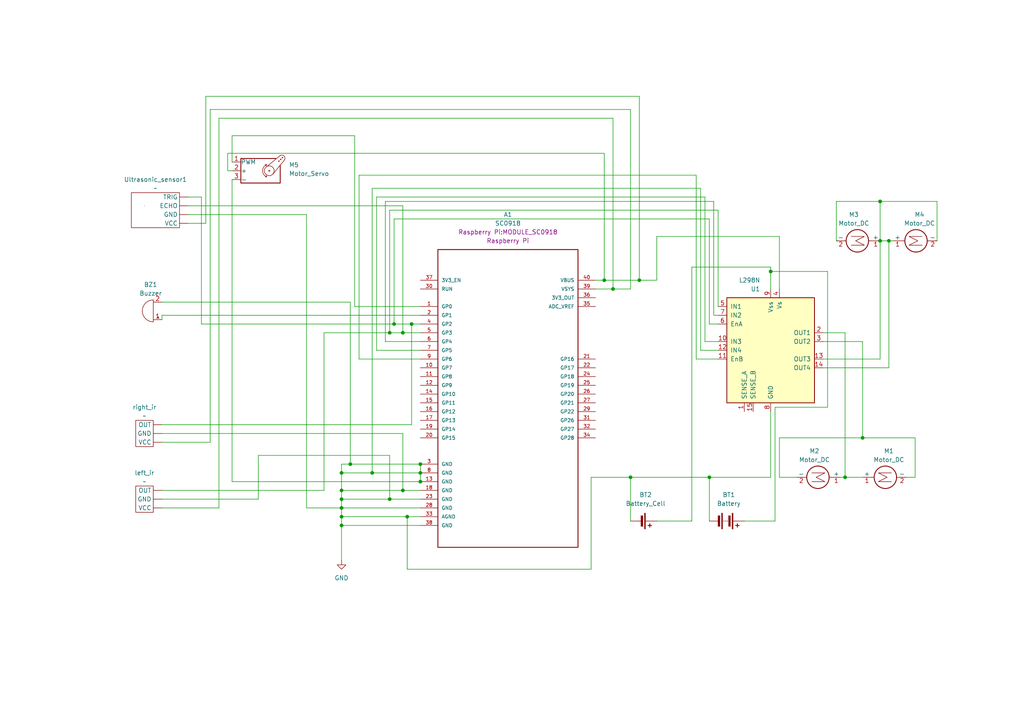
<source format=kicad_sch>
(kicad_sch (version 20231120) (generator "eeschema") (generator_version "8.0")
  (paper "A4")
  (lib_symbols
    (symbol "Device:Battery" (pin_numbers hide) (pin_names (offset 0) hide)
      (property "Reference" "BT" (at 2.54 2.54 0))
      (property "Value" "Battery" (at 2.54 0 0))
      (symbol "Battery_0_1"
        (rectangle (start -2.286 -1.27) (end 2.286 -1.524) (fill (type outline)))
        (rectangle (start -2.286 1.778) (end 2.286 1.524) (fill (type outline)))
        (rectangle (start -1.524 -2.032) (end 1.524 -2.54) (fill (type outline)))
        (rectangle (start -1.524 1.016) (end 1.524 0.508) (fill (type outline)))
        (polyline (pts (xy 0 -1.016) (xy 0 -0.762)))
        (polyline (pts (xy 0 -0.508) (xy 0 -0.254)))
        (polyline (pts (xy 0 0) (xy 0 0.254)))
        (polyline (pts (xy 0 1.778) (xy 0 2.54)))
        (polyline (pts (xy 0.762 3.048) (xy 1.778 3.048)) (stroke (width 0.254)))
        (polyline (pts (xy 1.27 3.556) (xy 1.27 2.54)) (stroke (width 0.254)))
      )
      (symbol "Battery_1_1"
        (pin passive line (at 0 5.08 270) (length 2.54) (name "+") (number "1"))
        (pin passive line (at 0 -5.08 90) (length 2.54) (name "-") (number "2"))
      )
    )
    (symbol "Device:Battery_Cell" (pin_numbers hide) (pin_names (offset 0) hide)
      (property "Reference" "BT" (at 2.54 2.54 0))
      (property "Value" "Battery_Cell" (at 2.54 0 0))
      (symbol "Battery_Cell_0_1"
        (rectangle (start -2.286 1.778) (end 2.286 1.524) (fill (type outline)))
        (rectangle (start -1.524 1.016) (end 1.524 0.508) (fill (type outline)))
        (polyline (pts (xy 0 0.762) (xy 0 0)))
        (polyline (pts (xy 0 1.778) (xy 0 2.54)))
        (polyline (pts (xy 0.762 3.048) (xy 1.778 3.048)) (stroke (width 0.254)))
        (polyline (pts (xy 1.27 3.556) (xy 1.27 2.54)) (stroke (width 0.254)))
      )
      (symbol "Battery_Cell_1_1"
        (pin passive line (at 0 5.08 270) (length 2.54) (name "+") (number "1"))
        (pin passive line (at 0 -2.54 90) (length 2.54) (name "-") (number "2"))
      )
    )
    (symbol "Device:Buzzer" (pin_names (offset 0.0254) hide)
      (property "Reference" "BZ" (at 3.81 1.27 0))
      (property "Value" "Buzzer" (at 3.81 -1.27 0))
      (symbol "Buzzer_0_1"
        (arc (start 0 -3.175) (mid 3.1612 0) (end 0 3.175))
        (polyline (pts (xy -1.651 1.905) (xy -1.143 1.905)))
        (polyline (pts (xy -1.397 2.159) (xy -1.397 1.651)))
        (polyline (pts (xy 0 3.175) (xy 0 -3.175)))
      )
      (symbol "Buzzer_1_1"
        (pin passive line (at -2.54 2.54 0) (length 2.54) (name "+") (number "1"))
        (pin passive line (at -2.54 -2.54 0) (length 2.54) (name "-") (number "2"))
      )
    )
    (symbol "Driver_Motor:L298N" (pin_names (offset 1.016))
      (property "Reference" "U" (at -10.16 16.51 0))
      (property "Value" "L298N" (at 12.7 16.51 0))
      (symbol "L298N_0_1"
        (rectangle (start -12.7 15.24) (end 12.7 -15.24) (stroke (width 0.254)) (fill (type background)))
      )
      (symbol "L298N_1_1"
        (pin power_in line (at -7.62 -17.78 90) (length 2.54) (name "SENSE_A") (number "1"))
        (pin input line (at -15.24 2.54 0) (length 2.54) (name "IN3") (number "10"))
        (pin input line (at -15.24 -2.54 0) (length 2.54) (name "EnB") (number "11"))
        (pin input line (at -15.24 0 0) (length 2.54) (name "IN4") (number "12"))
        (pin output line (at 15.24 -2.54 180) (length 2.54) (name "OUT3") (number "13"))
        (pin output line (at 15.24 -5.08 180) (length 2.54) (name "OUT4") (number "14"))
        (pin power_in line (at -5.08 -17.78 90) (length 2.54) (name "SENSE_B") (number "15"))
        (pin output line (at 15.24 5.08 180) (length 2.54) (name "OUT1") (number "2"))
        (pin output line (at 15.24 2.54 180) (length 2.54) (name "OUT2") (number "3"))
        (pin power_in line (at 2.54 17.78 270) (length 2.54) (name "Vs") (number "4"))
        (pin input line (at -15.24 12.7 0) (length 2.54) (name "IN1") (number "5"))
        (pin input line (at -15.24 7.62 0) (length 2.54) (name "EnA") (number "6"))
        (pin input line (at -15.24 10.16 0) (length 2.54) (name "IN2") (number "7"))
        (pin power_in line (at 0 -17.78 90) (length 2.54) (name "GND") (number "8"))
        (pin power_in line (at 0 17.78 270) (length 2.54) (name "Vss") (number "9"))
      )
    )
    (symbol "Motor:Motor_DC" (pin_names (offset 0))
      (property "Reference" "M" (at 2.54 2.54 0))
      (property "Value" "Motor_DC" (at 2.54 -5.08 0))
      (symbol "Motor_DC_0_0"
        (polyline (pts (xy -1.27 -3.302) (xy -1.27 0.508) (xy 0 -2.032) (xy 1.27 0.508) (xy 1.27 -3.302)))
      )
      (symbol "Motor_DC_0_1"
        (circle (center 0 -1.524) (radius 3.2512) (stroke (width 0.254)))
        (polyline (pts (xy 0 -7.62) (xy 0 -7.112)))
        (polyline (pts (xy 0 -4.7752) (xy 0 -5.1816)))
        (polyline (pts (xy 0 1.7272) (xy 0 2.0828)))
        (polyline (pts (xy 0 2.032) (xy 0 2.54)))
      )
      (symbol "Motor_DC_1_1"
        (pin passive line (at 0 5.08 270) (length 2.54) (name "+") (number "1"))
        (pin passive line (at 0 -7.62 90) (length 2.54) (name "-") (number "2"))
      )
    )
    (symbol "Motor:Motor_Servo" (pin_names (offset 0.0254))
      (property "Reference" "M" (at -5.08 4.445 0))
      (property "Value" "Motor_Servo" (at -5.08 -4.064 0))
      (symbol "Motor_Servo_0_1"
        (polyline (pts (xy 2.413 -1.778) (xy 2.032 -1.778)))
        (polyline (pts (xy 2.413 -1.778) (xy 2.286 -1.397)))
        (polyline (pts (xy 2.413 1.778) (xy 1.905 1.778)))
        (polyline (pts (xy 2.413 1.778) (xy 2.286 1.397)))
        (polyline (pts (xy 6.35 4.445) (xy 2.54 1.27)))
        (polyline (pts (xy 7.62 3.175) (xy 4.191 -1.016)))
        (polyline (pts (xy 5.08 3.556) (xy -5.08 3.556) (xy -5.08 -3.556) (xy 6.35 -3.556) (xy 6.35 1.524)) (stroke (width 0.254)))
        (arc (start 2.413 1.778) (mid 1.2406 0) (end 2.413 -1.778))
        (circle (center 3.175 0) (radius 0.1778))
        (circle (center 3.175 0) (radius 1.4224))
        (circle (center 5.969 2.794) (radius 0.127))
        (circle (center 6.477 3.302) (radius 0.127))
        (circle (center 6.985 3.81) (radius 0.127))
        (arc (start 7.62 3.175) (mid 7.4485 4.2735) (end 6.35 4.445))
      )
      (symbol "Motor_Servo_1_1"
        (pin passive line (at -7.62 2.54 0) (length 2.54) (name "PWM") (number "1"))
        (pin passive line (at -7.62 0 0) (length 2.54) (name "+") (number "2"))
        (pin passive line (at -7.62 -2.54 0) (length 2.54) (name "-") (number "3"))
      )
    )
    (symbol "Pico_W:SC0918" (pin_names (offset 1.016))
      (property "Reference" "A1" (at 0 58.42 0))
      (property "Value" "SC0918" (at 0 55.88 0))
      (property "Footprint" "Raspberry Pi:MODULE_SC0918" (at -12.7 -46.99 0))
      (property "manufacturer" "Raspberry Pi" (at 0 53.34 0))
      (symbol "SC0918_0_0"
        (rectangle (start -20.32 -43.18) (end 20.32 43.18) (stroke (width 0.254)))
        (pin bidirectional line (at -25.4 26.67 0) (length 5.08) (name "GP0") (number "1"))
        (pin bidirectional line (at -25.4 8.89 0) (length 5.08) (name "GP7") (number "10"))
        (pin bidirectional line (at -25.4 6.35 0) (length 5.08) (name "GP8") (number "11"))
        (pin bidirectional line (at -25.4 3.81 0) (length 5.08) (name "GP9") (number "12"))
        (pin power_in line (at -25.4 -24.13 0) (length 5.08) (name "GND") (number "13"))
        (pin bidirectional line (at -25.4 1.27 0) (length 5.08) (name "GP10") (number "14"))
        (pin bidirectional line (at -25.4 -1.27 0) (length 5.08) (name "GP11") (number "15"))
        (pin bidirectional line (at -25.4 -3.81 0) (length 5.08) (name "GP12") (number "16"))
        (pin bidirectional line (at -25.4 -6.35 0) (length 5.08) (name "GP13") (number "17"))
        (pin power_in line (at -25.4 -26.67 0) (length 5.08) (name "GND") (number "18"))
        (pin bidirectional line (at -25.4 -8.89 0) (length 5.08) (name "GP14") (number "19"))
        (pin bidirectional line (at -25.4 24.13 0) (length 5.08) (name "GP1") (number "2"))
        (pin bidirectional line (at -25.4 -11.43 0) (length 5.08) (name "GP15") (number "20"))
        (pin bidirectional line (at 25.4 11.43 180) (length 5.08) (name "GP16") (number "21"))
        (pin bidirectional line (at 25.4 8.89 180) (length 5.08) (name "GP17") (number "22"))
        (pin power_in line (at -25.4 -29.21 0) (length 5.08) (name "GND") (number "23"))
        (pin bidirectional line (at 25.4 6.35 180) (length 5.08) (name "GP18") (number "24"))
        (pin bidirectional line (at 25.4 3.81 180) (length 5.08) (name "GP19") (number "25"))
        (pin bidirectional line (at 25.4 1.27 180) (length 5.08) (name "GP20") (number "26"))
        (pin bidirectional line (at 25.4 -1.27 180) (length 5.08) (name "GP21") (number "27"))
        (pin power_in line (at -25.4 -31.75 0) (length 5.08) (name "GND") (number "28"))
        (pin bidirectional line (at 25.4 -3.81 180) (length 5.08) (name "GP22") (number "29"))
        (pin power_in line (at -25.4 -19.05 0) (length 5.08) (name "GND") (number "3"))
        (pin input line (at -25.4 31.75 0) (length 5.08) (name "RUN") (number "30"))
        (pin bidirectional line (at 25.4 -6.35 180) (length 5.08) (name "GP26") (number "31"))
        (pin bidirectional line (at 25.4 -8.89 180) (length 5.08) (name "GP27") (number "32"))
        (pin power_in line (at -25.4 -34.29 0) (length 5.08) (name "AGND") (number "33"))
        (pin bidirectional line (at 25.4 -11.43 180) (length 5.08) (name "GP28") (number "34"))
        (pin power_in line (at 25.4 26.67 180) (length 5.08) (name "ADC_VREF") (number "35"))
        (pin power_in line (at 25.4 29.21 180) (length 5.08) (name "3V3_OUT") (number "36"))
        (pin input line (at -25.4 34.29 0) (length 5.08) (name "3V3_EN") (number "37"))
        (pin power_in line (at -25.4 -36.83 0) (length 5.08) (name "GND") (number "38"))
        (pin free line (at 25.4 31.75 180) (length 5.08) (name "VSYS") (number "39"))
        (pin bidirectional line (at -25.4 21.59 0) (length 5.08) (name "GP2") (number "4"))
        (pin free line (at 25.4 34.29 180) (length 5.08) (name "VBUS") (number "40"))
        (pin bidirectional line (at -25.4 19.05 0) (length 5.08) (name "GP3") (number "5"))
        (pin bidirectional line (at -25.4 16.51 0) (length 5.08) (name "GP4") (number "6"))
        (pin bidirectional line (at -25.4 13.97 0) (length 5.08) (name "GP5") (number "7"))
        (pin power_in line (at -25.4 -21.59 0) (length 5.08) (name "GND") (number "8"))
        (pin bidirectional line (at -25.4 11.43 0) (length 5.08) (name "GP6") (number "9"))
      )
    )
    (symbol "Sensor:IR"
      (property "Reference" "IR" (at 0 0 0))
      (symbol "IR_0_1"
        (rectangle (start -1.27 -1.27) (end 3.81 -8.89))
      )
      (symbol "IR_1_1"
        (pin input line (at -3.81 -5.08 0) (length 2.54) (name "GND") (number ""))
        (pin input line (at -3.81 -7.62 0) (length 2.54) (name "OUT") (number ""))
        (pin input line (at -3.81 -2.54 0) (length 2.54) (name "VCC") (number ""))
      )
    )
    (symbol "Sensor:Ultrasonic_sensor"
      (property "Reference" "Ultrasonic_sensor" (at 0 0 0))
      (symbol "Ultrasonic_sensor_0_1"
        (rectangle (start -3.81 -1.27) (end 10.16 -11.43))
        (rectangle (start 6.35 -7.62) (end 6.35 -7.62))
      )
      (symbol "Ultrasonic_sensor_1_1"
        (pin input line (at -6.35 -7.62 0) (length 2.54) (name "ECHO") (number ""))
        (pin input line (at -6.35 -5.08 0) (length 2.54) (name "GND") (number ""))
        (pin input line (at -6.35 -10.16 0) (length 2.54) (name "TRIG") (number ""))
        (pin input line (at -6.35 -2.54 0) (length 2.54) (name "VCC") (number ""))
      )
    )
    (symbol "power:GND" (power) (pin_numbers hide) (pin_names (offset 0) hide)
      (property "Value" "GND" (at 0 -3.81 0))
      (symbol "GND_0_1"
        (polyline (pts (xy 0 0) (xy 0 -1.27) (xy 1.27 -1.27) (xy 0 -2.54) (xy -1.27 -1.27) (xy 0 -1.27)))
      )
      (symbol "GND_1_1"
        (pin power_in line (at 0 0 270) (length 0) (name "~") (number "1"))
      )
    )
  )
  (junction (at 121.92 139.7))
  (junction (at 257.81 69.85))
  (junction (at 99.06 147.32))
  (junction (at 113.03 144.78))
  (junction (at 116.84 142.24))
  (junction (at 119.38 93.98))
  (junction (at 223.52 78.74))
  (junction (at 114.3 93.98))
  (junction (at 121.92 134.62))
  (junction (at 250.19 127))
  (junction (at 185.42 81.28))
  (junction (at 182.88 138.43))
  (junction (at 175.26 81.28))
  (junction (at 205.74 138.43))
  (junction (at 99.06 144.78))
  (junction (at 99.06 152.4))
  (junction (at 245.11 138.43))
  (junction (at 118.11 149.86))
  (junction (at 177.8 83.82))
  (junction (at 101.6 134.62))
  (junction (at 113.03 96.52))
  (junction (at 99.06 137.16))
  (junction (at 107.95 137.16))
  (junction (at 116.84 96.52))
  (junction (at 99.06 149.86))
  (junction (at 99.06 142.24))
  (junction (at 121.92 137.16))
  (junction (at 255.27 58.42))
  (junction (at 255.27 69.85))
  (wire (pts (xy 74.93 144.78) (xy 74.93 132.08)))
  (wire (pts (xy 99.06 152.4) (xy 121.92 152.4)))
  (wire (pts (xy 119.38 93.98) (xy 121.92 93.98)))
  (wire (pts (xy 245.11 96.52) (xy 238.76 96.52)))
  (wire (pts (xy 175.26 44.45) (xy 175.26 81.28)))
  (wire (pts (xy 171.45 138.43) (xy 171.45 165.1)))
  (wire (pts (xy 67.31 139.7) (xy 121.92 139.7)))
  (wire (pts (xy 200.66 77.47) (xy 223.52 77.47)))
  (wire (pts (xy 182.88 138.43) (xy 171.45 138.43)))
  (wire (pts (xy 111.76 99.06) (xy 121.92 99.06)))
  (wire (pts (xy 208.28 88.9) (xy 208.28 60.96)))
  (wire (pts (xy 200.66 151.13) (xy 200.66 77.47)))
  (wire (pts (xy 250.19 127) (xy 265.43 127)))
  (wire (pts (xy 240.03 118.11) (xy 240.03 78.74)))
  (wire (pts (xy 257.81 106.68) (xy 238.76 106.68)))
  (wire (pts (xy 231.14 138.43) (xy 226.06 138.43)))
  (wire (pts (xy 46.99 142.24) (xy 93.98 142.24)))
  (wire (pts (xy 257.81 69.85) (xy 259.08 69.85)))
  (wire (pts (xy 116.84 142.24) (xy 121.92 142.24)))
  (wire (pts (xy 226.06 138.43) (xy 226.06 127)))
  (wire (pts (xy 99.06 147.32) (xy 121.92 147.32)))
  (wire (pts (xy 74.93 132.08) (xy 113.03 132.08)))
  (wire (pts (xy 190.5 68.58) (xy 190.5 81.28)))
  (wire (pts (xy 205.74 63.5) (xy 114.3 63.5)))
  (wire (pts (xy 205.74 93.98) (xy 205.74 63.5)))
  (wire (pts (xy 208.28 104.14) (xy 201.93 104.14)))
  (wire (pts (xy 207.01 91.44) (xy 207.01 58.42)))
  (wire (pts (xy 104.14 50.8) (xy 104.14 104.14)))
  (wire (pts (xy 255.27 58.42) (xy 255.27 69.85)))
  (wire (pts (xy 121.92 91.44) (xy 46.99 91.44)))
  (wire (pts (xy 58.42 57.15) (xy 58.42 93.98)))
  (wire (pts (xy 67.31 52.07) (xy 67.31 139.7)))
  (wire (pts (xy 208.28 101.6) (xy 203.2 101.6)))
  (wire (pts (xy 46.99 87.63) (xy 101.6 87.63)))
  (wire (pts (xy 265.43 138.43) (xy 262.89 138.43)))
  (wire (pts (xy 88.9 147.32) (xy 99.06 147.32)))
  (wire (pts (xy 54.61 59.69) (xy 116.84 59.69)))
  (wire (pts (xy 111.76 58.42) (xy 111.76 99.06)))
  (wire (pts (xy 63.5 34.29) (xy 177.8 34.29)))
  (wire (pts (xy 245.11 138.43) (xy 245.11 96.52)))
  (wire (pts (xy 177.8 34.29) (xy 177.8 83.82)))
  (wire (pts (xy 250.19 127) (xy 250.19 99.06)))
  (wire (pts (xy 226.06 68.58) (xy 190.5 68.58)))
  (wire (pts (xy 255.27 69.85) (xy 255.27 104.14)))
  (wire (pts (xy 208.28 93.98) (xy 205.74 93.98)))
  (wire (pts (xy 182.88 138.43) (xy 182.88 151.13)))
  (wire (pts (xy 205.74 138.43) (xy 205.74 151.13)))
  (wire (pts (xy 104.14 104.14) (xy 121.92 104.14)))
  (wire (pts (xy 107.95 54.61) (xy 107.95 137.16)))
  (wire (pts (xy 242.57 58.42) (xy 255.27 58.42)))
  (wire (pts (xy 107.95 137.16) (xy 121.92 137.16)))
  (wire (pts (xy 66.04 44.45) (xy 175.26 44.45)))
  (wire (pts (xy 109.22 101.6) (xy 121.92 101.6)))
  (wire (pts (xy 207.01 58.42) (xy 111.76 58.42)))
  (wire (pts (xy 88.9 62.23) (xy 88.9 147.32)))
  (wire (pts (xy 116.84 125.73) (xy 116.84 142.24)))
  (wire (pts (xy 99.06 149.86) (xy 99.06 152.4)))
  (wire (pts (xy 99.06 147.32) (xy 99.06 149.86)))
  (wire (pts (xy 116.84 96.52) (xy 121.92 96.52)))
  (wire (pts (xy 224.79 151.13) (xy 224.79 118.11)))
  (wire (pts (xy 250.19 99.06) (xy 238.76 99.06)))
  (wire (pts (xy 182.88 31.75) (xy 182.88 83.82)))
  (wire (pts (xy 121.92 134.62) (xy 101.6 134.62)))
  (wire (pts (xy 113.03 96.52) (xy 116.84 96.52)))
  (wire (pts (xy 182.88 83.82) (xy 177.8 83.82)))
  (wire (pts (xy 99.06 149.86) (xy 118.11 149.86)))
  (wire (pts (xy 190.5 151.13) (xy 200.66 151.13)))
  (wire (pts (xy 208.28 60.96) (xy 113.03 60.96)))
  (wire (pts (xy 114.3 93.98) (xy 119.38 93.98)))
  (wire (pts (xy 175.26 81.28) (xy 172.72 81.28)))
  (wire (pts (xy 201.93 50.8) (xy 104.14 50.8)))
  (wire (pts (xy 242.57 69.85) (xy 242.57 58.42)))
  (wire (pts (xy 203.2 54.61) (xy 107.95 54.61)))
  (wire (pts (xy 54.61 57.15) (xy 58.42 57.15)))
  (wire (pts (xy 255.27 69.85) (xy 257.81 69.85)))
  (wire (pts (xy 99.06 137.16) (xy 99.06 142.24)))
  (wire (pts (xy 46.99 147.32) (xy 63.5 147.32)))
  (wire (pts (xy 101.6 134.62) (xy 99.06 134.62)))
  (wire (pts (xy 255.27 58.42) (xy 271.78 58.42)))
  (wire (pts (xy 59.69 64.77) (xy 59.69 27.94)))
  (wire (pts (xy 93.98 142.24) (xy 93.98 96.52)))
  (wire (pts (xy 223.52 138.43) (xy 205.74 138.43)))
  (wire (pts (xy 201.93 104.14) (xy 201.93 50.8)))
  (wire (pts (xy 101.6 87.63) (xy 101.6 134.62)))
  (wire (pts (xy 190.5 81.28) (xy 185.42 81.28)))
  (wire (pts (xy 177.8 83.82) (xy 172.72 83.82)))
  (wire (pts (xy 63.5 147.32) (xy 63.5 34.29)))
  (wire (pts (xy 66.04 49.53) (xy 66.04 44.45)))
  (wire (pts (xy 215.9 151.13) (xy 224.79 151.13)))
  (wire (pts (xy 113.03 132.08) (xy 113.03 144.78)))
  (wire (pts (xy 99.06 144.78) (xy 99.06 147.32)))
  (wire (pts (xy 99.06 152.4) (xy 99.06 162.56)))
  (wire (pts (xy 255.27 104.14) (xy 238.76 104.14)))
  (wire (pts (xy 60.96 128.27) (xy 60.96 31.75)))
  (wire (pts (xy 171.45 165.1) (xy 118.11 165.1)))
  (wire (pts (xy 99.06 142.24) (xy 116.84 142.24)))
  (wire (pts (xy 46.99 125.73) (xy 116.84 125.73)))
  (wire (pts (xy 226.06 127) (xy 250.19 127)))
  (wire (pts (xy 265.43 127) (xy 265.43 138.43)))
  (wire (pts (xy 102.87 88.9) (xy 121.92 88.9)))
  (wire (pts (xy 46.99 128.27) (xy 60.96 128.27)))
  (wire (pts (xy 54.61 64.77) (xy 59.69 64.77)))
  (wire (pts (xy 204.47 99.06) (xy 204.47 57.15)))
  (wire (pts (xy 223.52 78.74) (xy 223.52 83.82)))
  (wire (pts (xy 223.52 77.47) (xy 223.52 78.74)))
  (wire (pts (xy 58.42 93.98) (xy 114.3 93.98)))
  (wire (pts (xy 185.42 27.94) (xy 185.42 81.28)))
  (wire (pts (xy 46.99 144.78) (xy 74.93 144.78)))
  (wire (pts (xy 185.42 81.28) (xy 175.26 81.28)))
  (wire (pts (xy 118.11 165.1) (xy 118.11 149.86)))
  (wire (pts (xy 205.74 138.43) (xy 182.88 138.43)))
  (wire (pts (xy 208.28 91.44) (xy 207.01 91.44)))
  (wire (pts (xy 114.3 63.5) (xy 114.3 93.98)))
  (wire (pts (xy 224.79 118.11) (xy 240.03 118.11)))
  (wire (pts (xy 203.2 101.6) (xy 203.2 54.61)))
  (wire (pts (xy 116.84 59.69) (xy 116.84 96.52)))
  (wire (pts (xy 240.03 78.74) (xy 223.52 78.74)))
  (wire (pts (xy 223.52 119.38) (xy 223.52 138.43)))
  (wire (pts (xy 93.98 96.52) (xy 113.03 96.52)))
  (wire (pts (xy 204.47 57.15) (xy 109.22 57.15)))
  (wire (pts (xy 60.96 31.75) (xy 182.88 31.75)))
  (wire (pts (xy 113.03 60.96) (xy 113.03 96.52)))
  (wire (pts (xy 99.06 144.78) (xy 113.03 144.78)))
  (wire (pts (xy 59.69 27.94) (xy 185.42 27.94)))
  (wire (pts (xy 99.06 134.62) (xy 99.06 137.16)))
  (wire (pts (xy 208.28 99.06) (xy 204.47 99.06)))
  (wire (pts (xy 67.31 49.53) (xy 66.04 49.53)))
  (wire (pts (xy 121.92 139.7) (xy 121.92 137.16)))
  (wire (pts (xy 243.84 138.43) (xy 245.11 138.43)))
  (wire (pts (xy 271.78 58.42) (xy 271.78 69.85)))
  (wire (pts (xy 245.11 138.43) (xy 250.19 138.43)))
  (wire (pts (xy 118.11 149.86) (xy 121.92 149.86)))
  (wire (pts (xy 121.92 137.16) (xy 121.92 134.62)))
  (wire (pts (xy 119.38 123.19) (xy 119.38 93.98)))
  (wire (pts (xy 226.06 83.82) (xy 226.06 68.58)))
  (wire (pts (xy 54.61 62.23) (xy 88.9 62.23)))
  (wire (pts (xy 46.99 123.19) (xy 119.38 123.19)))
  (wire (pts (xy 113.03 144.78) (xy 121.92 144.78)))
  (wire (pts (xy 46.99 91.44) (xy 46.99 92.71)))
  (wire (pts (xy 67.31 46.99) (xy 67.31 39.37)))
  (wire (pts (xy 109.22 57.15) (xy 109.22 101.6)))
  (wire (pts (xy 99.06 142.24) (xy 99.06 144.78)))
  (wire (pts (xy 99.06 137.16) (xy 107.95 137.16)))
  (wire (pts (xy 257.81 69.85) (xy 257.81 106.68)))
  (wire (pts (xy 67.31 39.37) (xy 102.87 39.37)))
  (wire (pts (xy 102.87 39.37) (xy 102.87 88.9)))
  (symbol (lib_id "Driver_Motor:L298N") (at 223.52 101.6 0) (unit 1)
    (property "Reference" "U1" (at 220.5035 83.82 0) (effects (justify right)))
    (property "Value" "L298N" (at 220.5035 81.28 0) (effects (justify right)))
    (property "Footprint" "Package_TO_SOT_THT:TO-220-15_P2.54x2.54mm_StaggerOdd_Lead4.58mm_Vertical" (effects (hide yes)))
    (property "Datasheet" "http://www.st.com/st-web-ui/static/active/en/resource/technical/document/datasheet/CD00000240.pdf" (effects (hide yes)))
    (property "Description" "Dual full bridge motor driver, up to 46V, 4A, Multiwatt15-V" (effects (hide yes)))
  )
  (symbol (lib_id "Pico_W:SC0918") (at 147.32 115.57 0) (unit 1)
    (property "Reference" "A1" (at 147.32 62.23 0))
    (property "Value" "SC0918" (at 147.32 64.77 0))
    (property "Footprint" "Raspberry Pi:MODULE_SC0918" (at 147.32 67.31 0))
    (property "Datasheet" "https://datasheets.raspberrypi.com/picow/pico-w-datasheet.pdf" (effects (hide yes)))
    (property "manufacturer" "Raspberry Pi" (at 147.32 69.85 0))
    (property "P/N" "SC0918" (effects (hide yes)))
    (property "PARTREV" "1.6" (effects (hide yes)))
    (property "MAXIMUM_PACKAGE_HEIGHT" "3.73mm" (effects (hide yes)))
  )
  (symbol (lib_id "Motor:Motor_DC") (at 238.76 138.43 270) (unit 1)
    (property "Reference" "M2" (at 236.22 130.81 90))
    (property "Value" "Motor_DC" (at 236.22 133.35 90))
    (property "Description" "DC Motor" (effects (hide yes)))
  )
  (symbol (lib_id "Motor:Motor_DC") (at 250.19 69.85 270) (unit 1)
    (property "Reference" "M3" (at 247.65 62.23 90))
    (property "Value" "Motor_DC" (at 247.65 64.77 90))
    (property "Description" "DC Motor" (effects (hide yes)))
  )
  (symbol (lib_id "power:GND") (at 99.06 162.56 0) (unit 1)
    (property "Reference" "#PWR01" (effects (hide yes)))
    (property "Value" "GND" (at 99.06 167.64 0))
    (property "Description" "Power symbol creates a global label with name \"GND\" , ground" (effects (hide yes)))
  )
  (symbol (lib_id "Device:Buzzer") (at 44.45 90.17 180) (unit 1)
    (property "Reference" "BZ1" (at 43.6949 82.55 0))
    (property "Value" "Buzzer" (at 43.6949 85.09 0))
    (property "Description" "Buzzer, polarized" (effects (hide yes)))
  )
  (symbol (lib_name "Sensor:IR") (lib_id "Sensor:IR") (at 43.18 130.81 180) (unit 1)
    (property "Reference" "right_ir" (at 41.91 118.11 0))
    (property "Value" "~" (at 41.91 120.65 0))
  )
  (symbol (lib_id "Motor:Motor_Servo") (at 74.93 49.53 0) (unit 1)
    (property "Reference" "M5" (at 83.82 47.8265 0) (effects (justify left)))
    (property "Value" "Motor_Servo" (at 83.82 50.3665 0) (effects (justify left)))
    (property "Datasheet" "http://forums.parallax.com/uploads/attachments/46831/74481.png" (effects (hide yes)))
    (property "Description" "Servo Motor (Futaba, HiTec, JR connector)" (effects (hide yes)))
  )
  (symbol (lib_id "Sensor:Ultrasonic_sensor") (at 48.26 67.31 180) (unit 1)
    (property "Reference" "Ultrasonic_sensor1" (at 45.085 52.07 0))
    (property "Value" "~" (at 45.085 54.61 0))
  )
  (symbol (lib_id "Device:Battery_Cell") (at 185.42 151.13 270) (unit 1)
    (property "Reference" "BT2" (at 187.2615 143.51 90))
    (property "Value" "Battery_Cell" (at 187.2615 146.05 90))
    (property "Description" "Single-cell battery" (effects (hide yes)))
  )
  (symbol (lib_id "Device:Battery") (at 210.82 151.13 270) (unit 1)
    (property "Reference" "BT1" (at 211.3915 143.51 90))
    (property "Value" "Battery" (at 211.3915 146.05 90))
    (property "Description" "Multiple-cell battery" (effects (hide yes)))
  )
  (symbol (lib_id "Motor:Motor_DC") (at 255.27 138.43 90) (unit 1)
    (property "Reference" "M1" (at 257.81 130.81 90))
    (property "Value" "Motor_DC" (at 257.81 133.35 90))
    (property "Description" "DC Motor" (effects (hide yes)))
  )
  (symbol (lib_name "Sensor:IR") (lib_id "Sensor:IR") (at 43.18 149.86 180) (unit 1)
    (property "Reference" "left_ir" (at 41.91 137.16 0))
    (property "Value" "~" (at 41.91 139.7 0))
  )
  (symbol (lib_id "Motor:Motor_DC") (at 264.16 69.85 90) (unit 1)
    (property "Reference" "M4" (at 266.7 62.23 90))
    (property "Value" "Motor_DC" (at 266.7 64.77 90))
    (property "Description" "DC Motor" (effects (hide yes)))
  )
)
</source>
